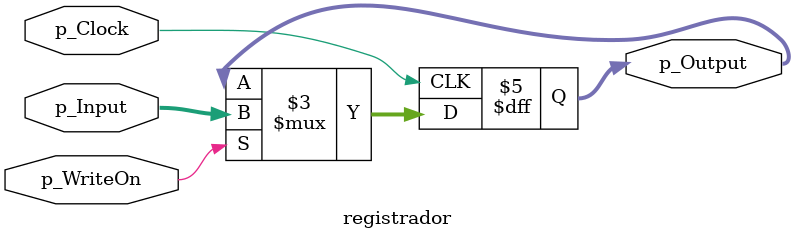
<source format=v>
module registrador (p_Input, p_Clock, p_WriteOn, p_Output);
    input p_Clock, p_WriteOn;
    input [15:0] p_Input;
    output reg [15:0] p_Output;

    always@(posedge p_Clock)
        if(p_WriteOn)
            p_Output = p_Input;

endmodule

</source>
